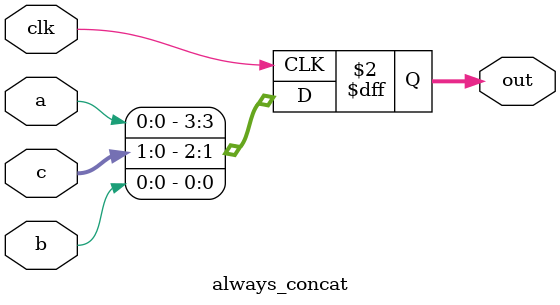
<source format=v>
module always_concat(
	input clk,
	input a, 
	input b, 
	input [1:0] c,
	output reg [3:0] out
);

	always @(posedge clk) begin
		out <= {a,c,b};
	end

endmodule
</source>
